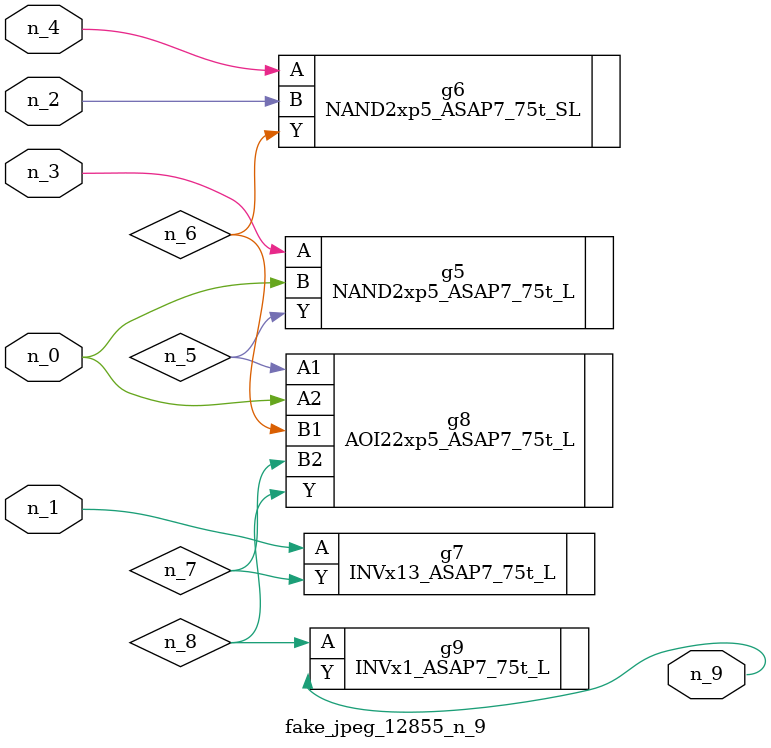
<source format=v>
module fake_jpeg_12855_n_9 (n_3, n_2, n_1, n_0, n_4, n_9);

input n_3;
input n_2;
input n_1;
input n_0;
input n_4;

output n_9;

wire n_8;
wire n_6;
wire n_5;
wire n_7;

NAND2xp5_ASAP7_75t_L g5 ( 
.A(n_3),
.B(n_0),
.Y(n_5)
);

NAND2xp5_ASAP7_75t_SL g6 ( 
.A(n_4),
.B(n_2),
.Y(n_6)
);

INVx13_ASAP7_75t_L g7 ( 
.A(n_1),
.Y(n_7)
);

AOI22xp5_ASAP7_75t_L g8 ( 
.A1(n_5),
.A2(n_0),
.B1(n_6),
.B2(n_7),
.Y(n_8)
);

INVx1_ASAP7_75t_L g9 ( 
.A(n_8),
.Y(n_9)
);


endmodule
</source>
